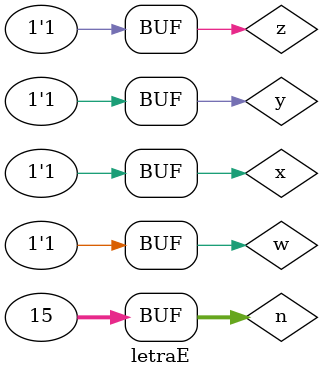
<source format=v>
/*
Pedro Correa Rigotto - Matricula 762281
guia0405e
*/

module fxywz (output sope, output pose, input x, y, w, z);
	assign sope = (~x&~y&~w&~z)|(~x&~y&~w&z)|(~x&~y&w&z)|(~x&y&~w&z)|(~x&y&w&z)|(x&~y&~w&~z)|(x&~y&w&~z)|(x&y&~w&z)|(x&y&w&~z)|(x&y&w&z);
	assign pose = (x|y|~w|z)&(x|~y|w|z)&(x|~y|~w|z)&(~x|y|w|~z)&(~x|y|~w|~z)&(~x|~y|w|z);
endmodule // fxywz

module letraE;
	reg x, y, w, z;
	wire sope, pose;
	integer n;
	fxywz exercicio(sope, pose, x, y, w, z);
	
	initial begin
		$display(" n  x  y  w  z  SoP(0,1,3,5,7,8,10,13,14,15)  PoS(2,4,6,9,11,12)");
		$monitor("%2d  %b  %b  %b  %b  %b                             %b", n, x, y, w, z, sope, pose);
		    x = 0; y = 0; w = 0; z = 0; n = 0;
		#1  x = 0; y = 0; w = 0; z = 1; n = n+1;
		#1  x = 0; y = 0; w = 1; z = 0; n = n+1;
		#1  x = 0; y = 0; w = 1; z = 1; n = n+1;
		#1  x = 0; y = 1; w = 0; z = 0; n = n+1;
		#1  x = 0; y = 1; w = 0; z = 1; n = n+1;
		#1  x = 0; y = 1; w = 1; z = 0; n = n+1;
		#1  x = 0; y = 1; w = 1; z = 1; n = n+1;
		#1  x = 1; y = 0; w = 0; z = 0; n = n+1;
		#1  x = 1; y = 0; w = 0; z = 1; n = n+1;
		#1  x = 1; y = 0; w = 1; z = 0; n = n+1;
		#1  x = 1; y = 0; w = 1; z = 1; n = n+1;
		#1  x = 1; y = 1; w = 0; z = 0; n = n+1;
		#1  x = 1; y = 1; w = 0; z = 1; n = n+1;
		#1  x = 1; y = 1; w = 1; z = 0; n = n+1;
		#1  x = 1; y = 1; w = 1; z = 1; n = n+1;
	end
endmodule // letraE
</source>
